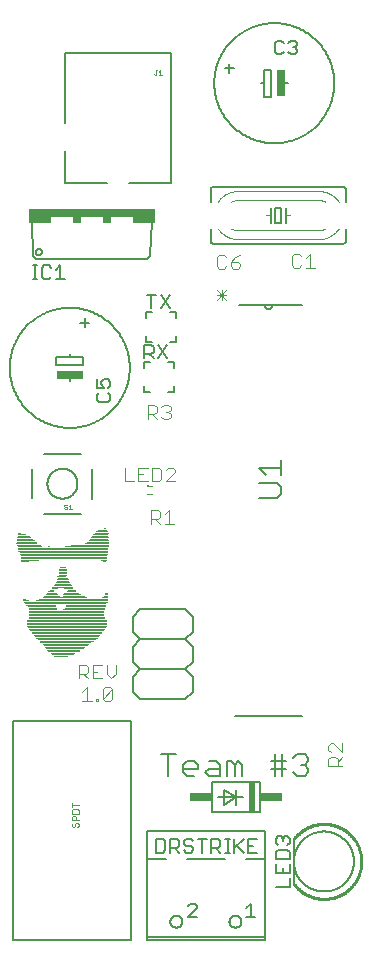
<source format=gto>
G75*
%MOIN*%
%OFA0B0*%
%FSLAX25Y25*%
%IPPOS*%
%LPD*%
%AMOC8*
5,1,8,0,0,1.08239X$1,22.5*
%
%ADD10R,0.04670X0.00333*%
%ADD11R,0.06000X0.00334*%
%ADD12R,0.07340X0.00333*%
%ADD13R,0.08330X0.00333*%
%ADD14R,0.09330X0.00334*%
%ADD15R,0.10340X0.00333*%
%ADD16R,0.11000X0.00333*%
%ADD17R,0.12000X0.00334*%
%ADD18R,0.12670X0.00333*%
%ADD19R,0.13330X0.00333*%
%ADD20R,0.14330X0.00334*%
%ADD21R,0.14660X0.00333*%
%ADD22R,0.15340X0.00333*%
%ADD23R,0.16330X0.00334*%
%ADD24R,0.17000X0.00333*%
%ADD25R,0.18000X0.00333*%
%ADD26R,0.18670X0.00334*%
%ADD27R,0.19330X0.00333*%
%ADD28R,0.20340X0.00333*%
%ADD29R,0.21000X0.00334*%
%ADD30R,0.21660X0.00333*%
%ADD31R,0.22000X0.00333*%
%ADD32R,0.22670X0.00334*%
%ADD33R,0.23330X0.00333*%
%ADD34R,0.23660X0.00333*%
%ADD35R,0.24000X0.00334*%
%ADD36R,0.24670X0.00333*%
%ADD37R,0.25330X0.00333*%
%ADD38R,0.25660X0.00334*%
%ADD39R,0.26000X0.00333*%
%ADD40R,0.26340X0.00333*%
%ADD41R,0.26670X0.00334*%
%ADD42R,0.26670X0.00333*%
%ADD43R,0.26340X0.00334*%
%ADD44R,0.25660X0.00333*%
%ADD45R,0.25000X0.00333*%
%ADD46R,0.25000X0.00334*%
%ADD47R,0.09660X0.00333*%
%ADD48R,0.14000X0.00333*%
%ADD49R,0.09330X0.00333*%
%ADD50R,0.13660X0.00333*%
%ADD51R,0.09340X0.00334*%
%ADD52R,0.13330X0.00334*%
%ADD53R,0.09340X0.00333*%
%ADD54R,0.09670X0.00333*%
%ADD55R,0.10670X0.00334*%
%ADD56R,0.14670X0.00334*%
%ADD57R,0.27000X0.00333*%
%ADD58R,0.27670X0.00333*%
%ADD59R,0.27670X0.00334*%
%ADD60R,0.01670X0.00333*%
%ADD61R,0.23670X0.00333*%
%ADD62R,0.01000X0.00333*%
%ADD63R,0.23000X0.00333*%
%ADD64R,0.16000X0.00334*%
%ADD65R,0.03000X0.00334*%
%ADD66R,0.14670X0.00333*%
%ADD67R,0.02330X0.00333*%
%ADD68R,0.05330X0.00333*%
%ADD69R,0.07330X0.00333*%
%ADD70R,0.01660X0.00333*%
%ADD71R,0.04670X0.00334*%
%ADD72R,0.06340X0.00334*%
%ADD73R,0.01330X0.00334*%
%ADD74R,0.04000X0.00333*%
%ADD75R,0.05670X0.00333*%
%ADD76R,0.03330X0.00333*%
%ADD77R,0.05000X0.00333*%
%ADD78R,0.02330X0.00334*%
%ADD79R,0.03660X0.00334*%
%ADD80R,0.03000X0.00333*%
%ADD81R,0.02660X0.00333*%
%ADD82R,0.01670X0.00334*%
%ADD83R,0.02670X0.00334*%
%ADD84R,0.02000X0.00333*%
%ADD85R,0.07000X0.00333*%
%ADD86R,0.06330X0.00334*%
%ADD87R,0.06000X0.00333*%
%ADD88R,0.05340X0.00333*%
%ADD89R,0.05000X0.00334*%
%ADD90R,0.04660X0.00333*%
%ADD91R,0.04000X0.00334*%
%ADD92R,0.03670X0.00333*%
%ADD93R,0.03340X0.00333*%
%ADD94R,0.03340X0.00334*%
%ADD95R,0.02660X0.00334*%
%ADD96R,0.00670X0.00334*%
%ADD97R,0.02340X0.00333*%
%ADD98R,0.20340X0.00334*%
%ADD99R,0.28670X0.00333*%
%ADD100R,0.28670X0.00334*%
%ADD101R,0.29330X0.00333*%
%ADD102R,0.29330X0.00334*%
%ADD103R,0.29670X0.00333*%
%ADD104R,0.29670X0.00334*%
%ADD105R,0.30330X0.00333*%
%ADD106R,0.12670X0.00334*%
%ADD107R,0.16660X0.00334*%
%ADD108R,0.00670X0.00333*%
%ADD109R,0.07670X0.00333*%
%ADD110R,0.12660X0.00333*%
%ADD111R,0.07660X0.00334*%
%ADD112R,0.08660X0.00334*%
%ADD113R,0.08000X0.00333*%
%ADD114R,0.06660X0.00333*%
%ADD115R,0.07000X0.00334*%
%ADD116R,0.05660X0.00333*%
%ADD117R,0.06330X0.00333*%
%ADD118R,0.03330X0.00334*%
%ADD119R,0.05330X0.00334*%
%ADD120R,0.02670X0.00333*%
%ADD121R,0.02000X0.00334*%
%ADD122R,0.00660X0.00333*%
%ADD123C,0.00400*%
%ADD124C,0.00600*%
%ADD125R,0.02500X0.09000*%
%ADD126C,0.00500*%
%ADD127R,0.09000X0.02500*%
%ADD128C,0.00800*%
%ADD129C,0.00100*%
%ADD130R,0.00984X0.00886*%
%ADD131C,0.01000*%
%ADD132C,0.00200*%
%ADD133C,0.00300*%
%ADD134R,0.02000X0.10000*%
%ADD135R,0.07500X0.03000*%
%ADD136R,0.42000X0.03000*%
%ADD137R,0.07500X0.02000*%
%ADD138R,0.03000X0.02000*%
D10*
X0022969Y0101324D03*
D11*
X0023304Y0101658D03*
X0035964Y0140658D03*
D12*
X0023634Y0101991D03*
D13*
X0023799Y0102324D03*
X0012799Y0137991D03*
D14*
X0023969Y0102658D03*
D15*
X0024134Y0102991D03*
D16*
X0024134Y0103324D03*
D17*
X0024304Y0103658D03*
D18*
X0024299Y0103991D03*
D19*
X0024299Y0104324D03*
X0031299Y0117991D03*
X0031299Y0118324D03*
D20*
X0024469Y0104658D03*
D21*
X0024634Y0104991D03*
X0031634Y0137991D03*
D22*
X0024634Y0105324D03*
D23*
X0024799Y0105658D03*
D24*
X0024804Y0105991D03*
D25*
X0024964Y0106324D03*
D26*
X0024969Y0106658D03*
D27*
X0024969Y0106991D03*
D28*
X0025134Y0107324D03*
D29*
X0025134Y0107658D03*
D30*
X0025134Y0107991D03*
D31*
X0024964Y0108324D03*
D32*
X0024969Y0108658D03*
D33*
X0024969Y0108991D03*
D34*
X0025134Y0109324D03*
D35*
X0024964Y0109658D03*
D36*
X0024969Y0109991D03*
D37*
X0024969Y0110324D03*
D38*
X0025134Y0110658D03*
X0025134Y0114658D03*
D39*
X0024964Y0110991D03*
D40*
X0025134Y0111324D03*
X0025134Y0112991D03*
X0025134Y0113324D03*
D41*
X0024969Y0111658D03*
D42*
X0024969Y0111991D03*
X0024969Y0112324D03*
D43*
X0025134Y0112658D03*
X0025134Y0113658D03*
D44*
X0025134Y0113991D03*
X0025134Y0114324D03*
D45*
X0025134Y0114991D03*
X0025134Y0115324D03*
X0025134Y0115991D03*
X0025134Y0116324D03*
D46*
X0025134Y0116658D03*
X0025134Y0115658D03*
D47*
X0017134Y0116991D03*
D48*
X0030634Y0116991D03*
D49*
X0016969Y0117324D03*
D50*
X0031134Y0117324D03*
D51*
X0016634Y0117658D03*
D52*
X0031299Y0117658D03*
D53*
X0016634Y0117991D03*
D54*
X0016469Y0118324D03*
D55*
X0016969Y0118658D03*
D56*
X0030969Y0118658D03*
D57*
X0024804Y0118991D03*
D58*
X0024799Y0119324D03*
D59*
X0024799Y0119658D03*
D60*
X0019799Y0122991D03*
X0011469Y0119991D03*
X0037469Y0133324D03*
D61*
X0026799Y0119991D03*
D62*
X0037804Y0132991D03*
X0038471Y0122324D03*
X0038464Y0121991D03*
X0011134Y0120324D03*
X0009464Y0142324D03*
D63*
X0027464Y0120324D03*
D64*
X0024634Y0120658D03*
D65*
X0037464Y0120658D03*
D66*
X0024299Y0120991D03*
D67*
X0023799Y0130991D03*
X0037799Y0120991D03*
D68*
X0019969Y0121324D03*
D69*
X0027299Y0121324D03*
X0035299Y0139324D03*
D70*
X0038134Y0121324D03*
X0020134Y0123324D03*
D71*
X0019969Y0121658D03*
D72*
X0027134Y0121658D03*
D73*
X0038299Y0121658D03*
D74*
X0023634Y0126324D03*
X0019964Y0121991D03*
X0010634Y0141324D03*
D75*
X0012799Y0133324D03*
X0026799Y0121991D03*
D76*
X0019969Y0122324D03*
D77*
X0026804Y0122324D03*
X0036464Y0141991D03*
D78*
X0023799Y0130658D03*
X0019799Y0122658D03*
D79*
X0027134Y0122658D03*
D80*
X0026804Y0122991D03*
X0025804Y0123991D03*
X0023464Y0127991D03*
X0037134Y0143324D03*
D81*
X0026634Y0123324D03*
X0023634Y0128324D03*
X0023634Y0128991D03*
X0023634Y0129324D03*
X0023634Y0129991D03*
X0023634Y0130324D03*
D82*
X0020469Y0123658D03*
D83*
X0026299Y0123658D03*
X0036969Y0133658D03*
D84*
X0020964Y0123991D03*
D85*
X0023804Y0124324D03*
X0011804Y0138991D03*
D86*
X0011469Y0139658D03*
X0023799Y0124658D03*
D87*
X0023634Y0124991D03*
X0011304Y0139991D03*
X0035964Y0140991D03*
D88*
X0023634Y0125324D03*
D89*
X0023804Y0125658D03*
X0010804Y0140658D03*
D90*
X0010634Y0140991D03*
X0023634Y0125991D03*
X0036634Y0142324D03*
D91*
X0036634Y0142658D03*
X0023634Y0126658D03*
D92*
X0023799Y0126991D03*
X0036799Y0142991D03*
D93*
X0023634Y0127324D03*
D94*
X0023634Y0127658D03*
D95*
X0023634Y0128658D03*
X0023634Y0129658D03*
D96*
X0010299Y0132658D03*
D97*
X0011134Y0132991D03*
D98*
X0020134Y0133658D03*
D99*
X0023969Y0133991D03*
X0023969Y0134324D03*
X0023969Y0134991D03*
D100*
X0023969Y0134658D03*
D101*
X0023969Y0135324D03*
X0023969Y0135991D03*
D102*
X0023969Y0135658D03*
D103*
X0023799Y0136324D03*
X0023799Y0136991D03*
D104*
X0023799Y0136658D03*
D105*
X0023799Y0137324D03*
D106*
X0014969Y0137658D03*
D107*
X0030634Y0137658D03*
D108*
X0018969Y0137991D03*
D109*
X0012469Y0138324D03*
D110*
X0032634Y0138324D03*
D111*
X0012134Y0138658D03*
D112*
X0034634Y0138658D03*
D113*
X0034964Y0138991D03*
D114*
X0035634Y0139991D03*
X0011634Y0139324D03*
D115*
X0035464Y0139658D03*
D116*
X0036134Y0141324D03*
X0011134Y0140324D03*
D117*
X0035799Y0140324D03*
D118*
X0010299Y0141658D03*
D119*
X0036299Y0141658D03*
D120*
X0009969Y0141991D03*
D121*
X0037304Y0143658D03*
D122*
X0037634Y0143991D03*
D123*
X0044323Y0159911D02*
X0047392Y0159911D01*
X0048927Y0159911D02*
X0051996Y0159911D01*
X0051939Y0158485D02*
X0053514Y0158485D01*
X0053531Y0159911D02*
X0055833Y0159911D01*
X0056600Y0160678D01*
X0056600Y0163748D01*
X0055833Y0164515D01*
X0053531Y0164515D01*
X0053531Y0159911D01*
X0053514Y0155729D02*
X0051939Y0155729D01*
X0048927Y0159911D02*
X0048927Y0164515D01*
X0051996Y0164515D01*
X0050462Y0162213D02*
X0048927Y0162213D01*
X0044323Y0164515D02*
X0044323Y0159911D01*
X0053079Y0150440D02*
X0053079Y0145836D01*
X0053079Y0147370D02*
X0055381Y0147370D01*
X0056149Y0148138D01*
X0056149Y0149672D01*
X0055381Y0150440D01*
X0053079Y0150440D01*
X0054614Y0147370D02*
X0056149Y0145836D01*
X0057683Y0145836D02*
X0060753Y0145836D01*
X0059218Y0145836D02*
X0059218Y0150440D01*
X0057683Y0148905D01*
X0058135Y0159911D02*
X0061204Y0162980D01*
X0061204Y0163748D01*
X0060437Y0164515D01*
X0058902Y0164515D01*
X0058135Y0163748D01*
X0058135Y0159911D02*
X0061204Y0159911D01*
X0058889Y0180716D02*
X0057354Y0180716D01*
X0056587Y0181483D01*
X0055052Y0180716D02*
X0053518Y0182251D01*
X0054285Y0182251D02*
X0051983Y0182251D01*
X0051983Y0180716D02*
X0051983Y0185320D01*
X0054285Y0185320D01*
X0055052Y0184553D01*
X0055052Y0183018D01*
X0054285Y0182251D01*
X0056587Y0184553D02*
X0057354Y0185320D01*
X0058889Y0185320D01*
X0059656Y0184553D01*
X0059656Y0183785D01*
X0058889Y0183018D01*
X0059656Y0182251D01*
X0059656Y0181483D01*
X0058889Y0180716D01*
X0058889Y0183018D02*
X0058122Y0183018D01*
X0075867Y0230801D02*
X0075100Y0231569D01*
X0075100Y0234638D01*
X0075867Y0235405D01*
X0077402Y0235405D01*
X0078169Y0234638D01*
X0079704Y0233103D02*
X0079704Y0231569D01*
X0080471Y0230801D01*
X0082006Y0230801D01*
X0082773Y0231569D01*
X0082773Y0232336D01*
X0082006Y0233103D01*
X0079704Y0233103D01*
X0081239Y0234638D01*
X0082773Y0235405D01*
X0078169Y0231569D02*
X0077402Y0230801D01*
X0075867Y0230801D01*
X0100115Y0231902D02*
X0100883Y0231135D01*
X0102417Y0231135D01*
X0103185Y0231902D01*
X0104719Y0231135D02*
X0107789Y0231135D01*
X0106254Y0231135D02*
X0106254Y0235738D01*
X0104719Y0234204D01*
X0103185Y0234971D02*
X0102417Y0235738D01*
X0100883Y0235738D01*
X0100115Y0234971D01*
X0100115Y0231902D01*
X0041368Y0098794D02*
X0041368Y0095725D01*
X0039833Y0094190D01*
X0038299Y0095725D01*
X0038299Y0098794D01*
X0036764Y0098794D02*
X0033695Y0098794D01*
X0033695Y0094190D01*
X0036764Y0094190D01*
X0035229Y0096492D02*
X0033695Y0096492D01*
X0032160Y0096492D02*
X0032160Y0098027D01*
X0031393Y0098794D01*
X0029091Y0098794D01*
X0029091Y0094190D01*
X0029091Y0095725D02*
X0031393Y0095725D01*
X0032160Y0096492D01*
X0030625Y0095725D02*
X0032160Y0094190D01*
X0031776Y0091294D02*
X0031776Y0086690D01*
X0030242Y0086690D02*
X0033311Y0086690D01*
X0034846Y0086690D02*
X0034846Y0087458D01*
X0035613Y0087458D01*
X0035613Y0086690D01*
X0034846Y0086690D01*
X0037148Y0087458D02*
X0037148Y0090527D01*
X0037915Y0091294D01*
X0039450Y0091294D01*
X0040217Y0090527D01*
X0037148Y0087458D01*
X0037915Y0086690D01*
X0039450Y0086690D01*
X0040217Y0087458D01*
X0040217Y0090527D01*
X0031776Y0091294D02*
X0030242Y0089759D01*
X0112277Y0071834D02*
X0112277Y0070299D01*
X0113044Y0069532D01*
X0113044Y0067997D02*
X0114579Y0067997D01*
X0115346Y0067230D01*
X0115346Y0064928D01*
X0115346Y0066462D02*
X0116881Y0067997D01*
X0116881Y0069532D02*
X0113812Y0072601D01*
X0113044Y0072601D01*
X0112277Y0071834D01*
X0113044Y0067997D02*
X0112277Y0067230D01*
X0112277Y0064928D01*
X0116881Y0064928D01*
X0116881Y0069532D02*
X0116881Y0072601D01*
D124*
X0105563Y0067799D02*
X0105563Y0066565D01*
X0104329Y0065330D01*
X0105563Y0064096D01*
X0105563Y0062862D01*
X0104329Y0061627D01*
X0101860Y0061627D01*
X0100626Y0062862D01*
X0098197Y0064096D02*
X0093259Y0064096D01*
X0093259Y0066565D02*
X0096963Y0066565D01*
X0098197Y0066565D01*
X0096963Y0069034D02*
X0096963Y0061627D01*
X0094494Y0061627D02*
X0094494Y0069034D01*
X0089459Y0059661D02*
X0089459Y0049661D01*
X0073459Y0049661D01*
X0073459Y0059661D01*
X0089459Y0059661D01*
X0083959Y0054661D02*
X0081459Y0054661D01*
X0081459Y0057161D01*
X0081459Y0054661D02*
X0081459Y0052161D01*
X0081459Y0054661D02*
X0077459Y0052161D01*
X0077459Y0057161D01*
X0081459Y0054661D01*
X0075459Y0054661D01*
X0076098Y0061627D02*
X0072395Y0061627D01*
X0071160Y0062862D01*
X0072395Y0064096D01*
X0076098Y0064096D01*
X0076098Y0065330D02*
X0076098Y0061627D01*
X0076098Y0065330D02*
X0074864Y0066565D01*
X0072395Y0066565D01*
X0068732Y0065330D02*
X0068732Y0064096D01*
X0063794Y0064096D01*
X0063794Y0062862D02*
X0063794Y0065330D01*
X0065029Y0066565D01*
X0067497Y0066565D01*
X0068732Y0065330D01*
X0067497Y0061627D02*
X0065029Y0061627D01*
X0063794Y0062862D01*
X0061365Y0069034D02*
X0056428Y0069034D01*
X0058897Y0069034D02*
X0058897Y0061627D01*
X0051788Y0043382D02*
X0051788Y0033980D01*
X0051788Y0007980D01*
X0091087Y0007980D01*
X0091087Y0007181D01*
X0051788Y0007181D01*
X0051788Y0007980D01*
X0059588Y0013182D02*
X0059590Y0013271D01*
X0059596Y0013360D01*
X0059606Y0013449D01*
X0059620Y0013537D01*
X0059637Y0013624D01*
X0059659Y0013710D01*
X0059685Y0013796D01*
X0059714Y0013880D01*
X0059747Y0013963D01*
X0059783Y0014044D01*
X0059824Y0014124D01*
X0059867Y0014201D01*
X0059914Y0014277D01*
X0059965Y0014350D01*
X0060018Y0014421D01*
X0060075Y0014490D01*
X0060135Y0014556D01*
X0060198Y0014620D01*
X0060263Y0014680D01*
X0060331Y0014738D01*
X0060402Y0014792D01*
X0060475Y0014843D01*
X0060550Y0014891D01*
X0060627Y0014936D01*
X0060706Y0014977D01*
X0060787Y0015014D01*
X0060869Y0015048D01*
X0060953Y0015079D01*
X0061038Y0015105D01*
X0061124Y0015128D01*
X0061211Y0015146D01*
X0061299Y0015161D01*
X0061388Y0015172D01*
X0061477Y0015179D01*
X0061566Y0015182D01*
X0061655Y0015181D01*
X0061744Y0015176D01*
X0061832Y0015167D01*
X0061921Y0015154D01*
X0062008Y0015137D01*
X0062095Y0015117D01*
X0062181Y0015092D01*
X0062265Y0015064D01*
X0062348Y0015032D01*
X0062430Y0014996D01*
X0062510Y0014957D01*
X0062588Y0014914D01*
X0062664Y0014868D01*
X0062738Y0014818D01*
X0062810Y0014765D01*
X0062879Y0014709D01*
X0062946Y0014650D01*
X0063010Y0014588D01*
X0063071Y0014524D01*
X0063130Y0014456D01*
X0063185Y0014386D01*
X0063237Y0014314D01*
X0063286Y0014239D01*
X0063331Y0014163D01*
X0063373Y0014084D01*
X0063411Y0014004D01*
X0063446Y0013922D01*
X0063477Y0013838D01*
X0063505Y0013753D01*
X0063528Y0013667D01*
X0063548Y0013580D01*
X0063564Y0013493D01*
X0063576Y0013404D01*
X0063584Y0013316D01*
X0063588Y0013227D01*
X0063588Y0013137D01*
X0063584Y0013048D01*
X0063576Y0012960D01*
X0063564Y0012871D01*
X0063548Y0012784D01*
X0063528Y0012697D01*
X0063505Y0012611D01*
X0063477Y0012526D01*
X0063446Y0012442D01*
X0063411Y0012360D01*
X0063373Y0012280D01*
X0063331Y0012201D01*
X0063286Y0012125D01*
X0063237Y0012050D01*
X0063185Y0011978D01*
X0063130Y0011908D01*
X0063071Y0011840D01*
X0063010Y0011776D01*
X0062946Y0011714D01*
X0062879Y0011655D01*
X0062810Y0011599D01*
X0062738Y0011546D01*
X0062664Y0011496D01*
X0062588Y0011450D01*
X0062510Y0011407D01*
X0062430Y0011368D01*
X0062348Y0011332D01*
X0062265Y0011300D01*
X0062181Y0011272D01*
X0062095Y0011247D01*
X0062008Y0011227D01*
X0061921Y0011210D01*
X0061832Y0011197D01*
X0061744Y0011188D01*
X0061655Y0011183D01*
X0061566Y0011182D01*
X0061477Y0011185D01*
X0061388Y0011192D01*
X0061299Y0011203D01*
X0061211Y0011218D01*
X0061124Y0011236D01*
X0061038Y0011259D01*
X0060953Y0011285D01*
X0060869Y0011316D01*
X0060787Y0011350D01*
X0060706Y0011387D01*
X0060627Y0011428D01*
X0060550Y0011473D01*
X0060475Y0011521D01*
X0060402Y0011572D01*
X0060331Y0011626D01*
X0060263Y0011684D01*
X0060198Y0011744D01*
X0060135Y0011808D01*
X0060075Y0011874D01*
X0060018Y0011943D01*
X0059965Y0012014D01*
X0059914Y0012087D01*
X0059867Y0012163D01*
X0059824Y0012240D01*
X0059783Y0012320D01*
X0059747Y0012401D01*
X0059714Y0012484D01*
X0059685Y0012568D01*
X0059659Y0012654D01*
X0059637Y0012740D01*
X0059620Y0012827D01*
X0059606Y0012915D01*
X0059596Y0013004D01*
X0059590Y0013093D01*
X0059588Y0013182D01*
X0058087Y0033980D02*
X0051788Y0033980D01*
X0051788Y0043382D02*
X0091087Y0043382D01*
X0091087Y0033980D01*
X0091087Y0007980D01*
X0079288Y0013182D02*
X0079290Y0013271D01*
X0079296Y0013360D01*
X0079306Y0013449D01*
X0079320Y0013537D01*
X0079337Y0013624D01*
X0079359Y0013710D01*
X0079385Y0013796D01*
X0079414Y0013880D01*
X0079447Y0013963D01*
X0079483Y0014044D01*
X0079524Y0014124D01*
X0079567Y0014201D01*
X0079614Y0014277D01*
X0079665Y0014350D01*
X0079718Y0014421D01*
X0079775Y0014490D01*
X0079835Y0014556D01*
X0079898Y0014620D01*
X0079963Y0014680D01*
X0080031Y0014738D01*
X0080102Y0014792D01*
X0080175Y0014843D01*
X0080250Y0014891D01*
X0080327Y0014936D01*
X0080406Y0014977D01*
X0080487Y0015014D01*
X0080569Y0015048D01*
X0080653Y0015079D01*
X0080738Y0015105D01*
X0080824Y0015128D01*
X0080911Y0015146D01*
X0080999Y0015161D01*
X0081088Y0015172D01*
X0081177Y0015179D01*
X0081266Y0015182D01*
X0081355Y0015181D01*
X0081444Y0015176D01*
X0081532Y0015167D01*
X0081621Y0015154D01*
X0081708Y0015137D01*
X0081795Y0015117D01*
X0081881Y0015092D01*
X0081965Y0015064D01*
X0082048Y0015032D01*
X0082130Y0014996D01*
X0082210Y0014957D01*
X0082288Y0014914D01*
X0082364Y0014868D01*
X0082438Y0014818D01*
X0082510Y0014765D01*
X0082579Y0014709D01*
X0082646Y0014650D01*
X0082710Y0014588D01*
X0082771Y0014524D01*
X0082830Y0014456D01*
X0082885Y0014386D01*
X0082937Y0014314D01*
X0082986Y0014239D01*
X0083031Y0014163D01*
X0083073Y0014084D01*
X0083111Y0014004D01*
X0083146Y0013922D01*
X0083177Y0013838D01*
X0083205Y0013753D01*
X0083228Y0013667D01*
X0083248Y0013580D01*
X0083264Y0013493D01*
X0083276Y0013404D01*
X0083284Y0013316D01*
X0083288Y0013227D01*
X0083288Y0013137D01*
X0083284Y0013048D01*
X0083276Y0012960D01*
X0083264Y0012871D01*
X0083248Y0012784D01*
X0083228Y0012697D01*
X0083205Y0012611D01*
X0083177Y0012526D01*
X0083146Y0012442D01*
X0083111Y0012360D01*
X0083073Y0012280D01*
X0083031Y0012201D01*
X0082986Y0012125D01*
X0082937Y0012050D01*
X0082885Y0011978D01*
X0082830Y0011908D01*
X0082771Y0011840D01*
X0082710Y0011776D01*
X0082646Y0011714D01*
X0082579Y0011655D01*
X0082510Y0011599D01*
X0082438Y0011546D01*
X0082364Y0011496D01*
X0082288Y0011450D01*
X0082210Y0011407D01*
X0082130Y0011368D01*
X0082048Y0011332D01*
X0081965Y0011300D01*
X0081881Y0011272D01*
X0081795Y0011247D01*
X0081708Y0011227D01*
X0081621Y0011210D01*
X0081532Y0011197D01*
X0081444Y0011188D01*
X0081355Y0011183D01*
X0081266Y0011182D01*
X0081177Y0011185D01*
X0081088Y0011192D01*
X0080999Y0011203D01*
X0080911Y0011218D01*
X0080824Y0011236D01*
X0080738Y0011259D01*
X0080653Y0011285D01*
X0080569Y0011316D01*
X0080487Y0011350D01*
X0080406Y0011387D01*
X0080327Y0011428D01*
X0080250Y0011473D01*
X0080175Y0011521D01*
X0080102Y0011572D01*
X0080031Y0011626D01*
X0079963Y0011684D01*
X0079898Y0011744D01*
X0079835Y0011808D01*
X0079775Y0011874D01*
X0079718Y0011943D01*
X0079665Y0012014D01*
X0079614Y0012087D01*
X0079567Y0012163D01*
X0079524Y0012240D01*
X0079483Y0012320D01*
X0079447Y0012401D01*
X0079414Y0012484D01*
X0079385Y0012568D01*
X0079359Y0012654D01*
X0079337Y0012740D01*
X0079320Y0012827D01*
X0079306Y0012915D01*
X0079296Y0013004D01*
X0079290Y0013093D01*
X0079288Y0013182D01*
X0077788Y0033980D02*
X0065087Y0033980D01*
X0078527Y0061627D02*
X0078527Y0066565D01*
X0079761Y0066565D01*
X0080996Y0065330D01*
X0082230Y0066565D01*
X0083464Y0065330D01*
X0083464Y0061627D01*
X0080996Y0061627D02*
X0080996Y0065330D01*
X0081072Y0081650D02*
X0103472Y0081650D01*
X0104329Y0069034D02*
X0101860Y0069034D01*
X0100626Y0067799D01*
X0103094Y0065330D02*
X0104329Y0065330D01*
X0105563Y0067799D02*
X0104329Y0069034D01*
X0100755Y0033214D02*
X0100758Y0033459D01*
X0100767Y0033705D01*
X0100782Y0033950D01*
X0100803Y0034194D01*
X0100830Y0034438D01*
X0100863Y0034681D01*
X0100902Y0034924D01*
X0100947Y0035165D01*
X0100998Y0035405D01*
X0101055Y0035644D01*
X0101117Y0035881D01*
X0101186Y0036117D01*
X0101260Y0036351D01*
X0101340Y0036583D01*
X0101425Y0036813D01*
X0101516Y0037041D01*
X0101613Y0037266D01*
X0101715Y0037490D01*
X0101823Y0037710D01*
X0101936Y0037928D01*
X0102054Y0038143D01*
X0102178Y0038355D01*
X0102306Y0038564D01*
X0102440Y0038770D01*
X0102579Y0038972D01*
X0102723Y0039171D01*
X0102872Y0039366D01*
X0103025Y0039558D01*
X0103183Y0039746D01*
X0103345Y0039930D01*
X0103513Y0040109D01*
X0103684Y0040285D01*
X0103860Y0040456D01*
X0104039Y0040624D01*
X0104223Y0040786D01*
X0104411Y0040944D01*
X0104603Y0041097D01*
X0104798Y0041246D01*
X0104997Y0041390D01*
X0105199Y0041529D01*
X0105405Y0041663D01*
X0105614Y0041791D01*
X0105826Y0041915D01*
X0106041Y0042033D01*
X0106259Y0042146D01*
X0106479Y0042254D01*
X0106703Y0042356D01*
X0106928Y0042453D01*
X0107156Y0042544D01*
X0107386Y0042629D01*
X0107618Y0042709D01*
X0107852Y0042783D01*
X0108088Y0042852D01*
X0108325Y0042914D01*
X0108564Y0042971D01*
X0108804Y0043022D01*
X0109045Y0043067D01*
X0109288Y0043106D01*
X0109531Y0043139D01*
X0109775Y0043166D01*
X0110019Y0043187D01*
X0110264Y0043202D01*
X0110510Y0043211D01*
X0110755Y0043214D01*
X0111000Y0043211D01*
X0111246Y0043202D01*
X0111491Y0043187D01*
X0111735Y0043166D01*
X0111979Y0043139D01*
X0112222Y0043106D01*
X0112465Y0043067D01*
X0112706Y0043022D01*
X0112946Y0042971D01*
X0113185Y0042914D01*
X0113422Y0042852D01*
X0113658Y0042783D01*
X0113892Y0042709D01*
X0114124Y0042629D01*
X0114354Y0042544D01*
X0114582Y0042453D01*
X0114807Y0042356D01*
X0115031Y0042254D01*
X0115251Y0042146D01*
X0115469Y0042033D01*
X0115684Y0041915D01*
X0115896Y0041791D01*
X0116105Y0041663D01*
X0116311Y0041529D01*
X0116513Y0041390D01*
X0116712Y0041246D01*
X0116907Y0041097D01*
X0117099Y0040944D01*
X0117287Y0040786D01*
X0117471Y0040624D01*
X0117650Y0040456D01*
X0117826Y0040285D01*
X0117997Y0040109D01*
X0118165Y0039930D01*
X0118327Y0039746D01*
X0118485Y0039558D01*
X0118638Y0039366D01*
X0118787Y0039171D01*
X0118931Y0038972D01*
X0119070Y0038770D01*
X0119204Y0038564D01*
X0119332Y0038355D01*
X0119456Y0038143D01*
X0119574Y0037928D01*
X0119687Y0037710D01*
X0119795Y0037490D01*
X0119897Y0037266D01*
X0119994Y0037041D01*
X0120085Y0036813D01*
X0120170Y0036583D01*
X0120250Y0036351D01*
X0120324Y0036117D01*
X0120393Y0035881D01*
X0120455Y0035644D01*
X0120512Y0035405D01*
X0120563Y0035165D01*
X0120608Y0034924D01*
X0120647Y0034681D01*
X0120680Y0034438D01*
X0120707Y0034194D01*
X0120728Y0033950D01*
X0120743Y0033705D01*
X0120752Y0033459D01*
X0120755Y0033214D01*
X0120752Y0032969D01*
X0120743Y0032723D01*
X0120728Y0032478D01*
X0120707Y0032234D01*
X0120680Y0031990D01*
X0120647Y0031747D01*
X0120608Y0031504D01*
X0120563Y0031263D01*
X0120512Y0031023D01*
X0120455Y0030784D01*
X0120393Y0030547D01*
X0120324Y0030311D01*
X0120250Y0030077D01*
X0120170Y0029845D01*
X0120085Y0029615D01*
X0119994Y0029387D01*
X0119897Y0029162D01*
X0119795Y0028938D01*
X0119687Y0028718D01*
X0119574Y0028500D01*
X0119456Y0028285D01*
X0119332Y0028073D01*
X0119204Y0027864D01*
X0119070Y0027658D01*
X0118931Y0027456D01*
X0118787Y0027257D01*
X0118638Y0027062D01*
X0118485Y0026870D01*
X0118327Y0026682D01*
X0118165Y0026498D01*
X0117997Y0026319D01*
X0117826Y0026143D01*
X0117650Y0025972D01*
X0117471Y0025804D01*
X0117287Y0025642D01*
X0117099Y0025484D01*
X0116907Y0025331D01*
X0116712Y0025182D01*
X0116513Y0025038D01*
X0116311Y0024899D01*
X0116105Y0024765D01*
X0115896Y0024637D01*
X0115684Y0024513D01*
X0115469Y0024395D01*
X0115251Y0024282D01*
X0115031Y0024174D01*
X0114807Y0024072D01*
X0114582Y0023975D01*
X0114354Y0023884D01*
X0114124Y0023799D01*
X0113892Y0023719D01*
X0113658Y0023645D01*
X0113422Y0023576D01*
X0113185Y0023514D01*
X0112946Y0023457D01*
X0112706Y0023406D01*
X0112465Y0023361D01*
X0112222Y0023322D01*
X0111979Y0023289D01*
X0111735Y0023262D01*
X0111491Y0023241D01*
X0111246Y0023226D01*
X0111000Y0023217D01*
X0110755Y0023214D01*
X0110510Y0023217D01*
X0110264Y0023226D01*
X0110019Y0023241D01*
X0109775Y0023262D01*
X0109531Y0023289D01*
X0109288Y0023322D01*
X0109045Y0023361D01*
X0108804Y0023406D01*
X0108564Y0023457D01*
X0108325Y0023514D01*
X0108088Y0023576D01*
X0107852Y0023645D01*
X0107618Y0023719D01*
X0107386Y0023799D01*
X0107156Y0023884D01*
X0106928Y0023975D01*
X0106703Y0024072D01*
X0106479Y0024174D01*
X0106259Y0024282D01*
X0106041Y0024395D01*
X0105826Y0024513D01*
X0105614Y0024637D01*
X0105405Y0024765D01*
X0105199Y0024899D01*
X0104997Y0025038D01*
X0104798Y0025182D01*
X0104603Y0025331D01*
X0104411Y0025484D01*
X0104223Y0025642D01*
X0104039Y0025804D01*
X0103860Y0025972D01*
X0103684Y0026143D01*
X0103513Y0026319D01*
X0103345Y0026498D01*
X0103183Y0026682D01*
X0103025Y0026870D01*
X0102872Y0027062D01*
X0102723Y0027257D01*
X0102579Y0027456D01*
X0102440Y0027658D01*
X0102306Y0027864D01*
X0102178Y0028073D01*
X0102054Y0028285D01*
X0101936Y0028500D01*
X0101823Y0028718D01*
X0101715Y0028938D01*
X0101613Y0029162D01*
X0101516Y0029387D01*
X0101425Y0029615D01*
X0101340Y0029845D01*
X0101260Y0030077D01*
X0101186Y0030311D01*
X0101117Y0030547D01*
X0101055Y0030784D01*
X0100998Y0031023D01*
X0100947Y0031263D01*
X0100902Y0031504D01*
X0100863Y0031747D01*
X0100830Y0031990D01*
X0100803Y0032234D01*
X0100782Y0032478D01*
X0100767Y0032723D01*
X0100758Y0032969D01*
X0100755Y0033214D01*
X0091087Y0033980D02*
X0084788Y0033980D01*
X0064628Y0087323D02*
X0049628Y0087323D01*
X0047128Y0089823D01*
X0047128Y0094823D01*
X0049628Y0097323D01*
X0064628Y0097323D01*
X0067128Y0099823D01*
X0067128Y0104823D01*
X0064628Y0107323D01*
X0067128Y0109823D01*
X0067128Y0114823D01*
X0064628Y0117323D01*
X0049628Y0117323D01*
X0047128Y0114823D01*
X0047128Y0109823D01*
X0049628Y0107323D01*
X0064628Y0107323D01*
X0064628Y0097323D02*
X0067128Y0094823D01*
X0067128Y0089823D01*
X0064628Y0087323D01*
X0049628Y0097323D02*
X0047128Y0099823D01*
X0047128Y0104823D01*
X0049628Y0107323D01*
X0050711Y0189622D02*
X0050711Y0191622D01*
X0050711Y0189622D02*
X0052711Y0189622D01*
X0050711Y0197622D02*
X0050711Y0199622D01*
X0052711Y0199622D01*
X0053475Y0206385D02*
X0051475Y0206385D01*
X0051475Y0208385D01*
X0051475Y0214385D02*
X0051475Y0216385D01*
X0053475Y0216385D01*
X0059475Y0216385D02*
X0061475Y0216385D01*
X0061475Y0214385D01*
X0061475Y0208385D02*
X0061475Y0206385D01*
X0059475Y0206385D01*
X0058711Y0199622D02*
X0060711Y0199622D01*
X0060711Y0197622D01*
X0060711Y0191622D02*
X0060711Y0189622D01*
X0058711Y0189622D01*
X0074040Y0239153D02*
X0117040Y0239153D01*
X0117100Y0239155D01*
X0117161Y0239160D01*
X0117220Y0239169D01*
X0117279Y0239182D01*
X0117338Y0239198D01*
X0117395Y0239218D01*
X0117450Y0239241D01*
X0117505Y0239268D01*
X0117557Y0239297D01*
X0117608Y0239330D01*
X0117657Y0239366D01*
X0117703Y0239404D01*
X0117747Y0239446D01*
X0117789Y0239490D01*
X0117827Y0239536D01*
X0117863Y0239585D01*
X0117896Y0239636D01*
X0117925Y0239688D01*
X0117952Y0239743D01*
X0117975Y0239798D01*
X0117995Y0239855D01*
X0118011Y0239914D01*
X0118024Y0239973D01*
X0118033Y0240032D01*
X0118038Y0240093D01*
X0118040Y0240153D01*
X0118040Y0244153D01*
X0118040Y0253153D02*
X0118040Y0257153D01*
X0118038Y0257213D01*
X0118033Y0257274D01*
X0118024Y0257333D01*
X0118011Y0257392D01*
X0117995Y0257451D01*
X0117975Y0257508D01*
X0117952Y0257563D01*
X0117925Y0257618D01*
X0117896Y0257670D01*
X0117863Y0257721D01*
X0117827Y0257770D01*
X0117789Y0257816D01*
X0117747Y0257860D01*
X0117703Y0257902D01*
X0117657Y0257940D01*
X0117608Y0257976D01*
X0117557Y0258009D01*
X0117505Y0258038D01*
X0117450Y0258065D01*
X0117395Y0258088D01*
X0117338Y0258108D01*
X0117279Y0258124D01*
X0117220Y0258137D01*
X0117161Y0258146D01*
X0117100Y0258151D01*
X0117040Y0258153D01*
X0074040Y0258153D01*
X0073980Y0258151D01*
X0073919Y0258146D01*
X0073860Y0258137D01*
X0073801Y0258124D01*
X0073742Y0258108D01*
X0073685Y0258088D01*
X0073630Y0258065D01*
X0073575Y0258038D01*
X0073523Y0258009D01*
X0073472Y0257976D01*
X0073423Y0257940D01*
X0073377Y0257902D01*
X0073333Y0257860D01*
X0073291Y0257816D01*
X0073253Y0257770D01*
X0073217Y0257721D01*
X0073184Y0257670D01*
X0073155Y0257618D01*
X0073128Y0257563D01*
X0073105Y0257508D01*
X0073085Y0257451D01*
X0073069Y0257392D01*
X0073056Y0257333D01*
X0073047Y0257274D01*
X0073042Y0257213D01*
X0073040Y0257153D01*
X0073040Y0253153D01*
X0073040Y0244153D02*
X0073040Y0240153D01*
X0073042Y0240093D01*
X0073047Y0240032D01*
X0073056Y0239973D01*
X0073069Y0239914D01*
X0073085Y0239855D01*
X0073105Y0239798D01*
X0073128Y0239743D01*
X0073155Y0239688D01*
X0073184Y0239636D01*
X0073217Y0239585D01*
X0073253Y0239536D01*
X0073291Y0239490D01*
X0073333Y0239446D01*
X0073377Y0239404D01*
X0073423Y0239366D01*
X0073472Y0239330D01*
X0073523Y0239297D01*
X0073575Y0239268D01*
X0073630Y0239241D01*
X0073685Y0239218D01*
X0073742Y0239198D01*
X0073801Y0239182D01*
X0073860Y0239169D01*
X0073919Y0239160D01*
X0073980Y0239155D01*
X0074040Y0239153D01*
X0082472Y0218650D02*
X0091072Y0218650D01*
X0093472Y0218650D01*
X0103472Y0218650D01*
X0093472Y0218650D02*
X0093470Y0218581D01*
X0093464Y0218513D01*
X0093454Y0218445D01*
X0093441Y0218378D01*
X0093423Y0218312D01*
X0093402Y0218247D01*
X0093377Y0218183D01*
X0093349Y0218121D01*
X0093317Y0218060D01*
X0093282Y0218001D01*
X0093243Y0217945D01*
X0093201Y0217890D01*
X0093156Y0217839D01*
X0093108Y0217789D01*
X0093058Y0217743D01*
X0093005Y0217700D01*
X0092949Y0217659D01*
X0092892Y0217622D01*
X0092832Y0217589D01*
X0092770Y0217558D01*
X0092707Y0217532D01*
X0092643Y0217509D01*
X0092577Y0217489D01*
X0092510Y0217474D01*
X0092443Y0217462D01*
X0092375Y0217454D01*
X0092306Y0217450D01*
X0092238Y0217450D01*
X0092169Y0217454D01*
X0092101Y0217462D01*
X0092034Y0217474D01*
X0091967Y0217489D01*
X0091901Y0217509D01*
X0091837Y0217532D01*
X0091774Y0217558D01*
X0091712Y0217589D01*
X0091652Y0217622D01*
X0091595Y0217659D01*
X0091539Y0217700D01*
X0091486Y0217743D01*
X0091436Y0217789D01*
X0091388Y0217839D01*
X0091343Y0217890D01*
X0091301Y0217945D01*
X0091262Y0218001D01*
X0091227Y0218060D01*
X0091195Y0218121D01*
X0091167Y0218183D01*
X0091142Y0218247D01*
X0091121Y0218312D01*
X0091103Y0218378D01*
X0091090Y0218445D01*
X0091080Y0218513D01*
X0091074Y0218581D01*
X0091072Y0218650D01*
X0093040Y0246153D02*
X0093040Y0248653D01*
X0093040Y0251153D01*
X0094540Y0251153D02*
X0094540Y0246153D01*
X0096540Y0246153D01*
X0096540Y0251153D01*
X0094540Y0251153D01*
X0098040Y0251153D02*
X0098040Y0248653D01*
X0098040Y0246153D01*
X0093216Y0288117D02*
X0090716Y0288117D01*
X0090716Y0292617D01*
X0090716Y0297117D01*
X0093216Y0297117D01*
X0093216Y0288117D01*
X0074216Y0292617D02*
X0074222Y0293108D01*
X0074240Y0293598D01*
X0074270Y0294088D01*
X0074312Y0294577D01*
X0074366Y0295065D01*
X0074432Y0295552D01*
X0074510Y0296036D01*
X0074600Y0296519D01*
X0074702Y0296999D01*
X0074815Y0297477D01*
X0074940Y0297951D01*
X0075077Y0298423D01*
X0075225Y0298891D01*
X0075385Y0299355D01*
X0075556Y0299815D01*
X0075738Y0300271D01*
X0075932Y0300722D01*
X0076136Y0301168D01*
X0076352Y0301609D01*
X0076578Y0302045D01*
X0076814Y0302475D01*
X0077061Y0302899D01*
X0077319Y0303317D01*
X0077587Y0303728D01*
X0077864Y0304133D01*
X0078152Y0304531D01*
X0078449Y0304922D01*
X0078756Y0305305D01*
X0079072Y0305680D01*
X0079397Y0306048D01*
X0079731Y0306408D01*
X0080074Y0306759D01*
X0080425Y0307102D01*
X0080785Y0307436D01*
X0081153Y0307761D01*
X0081528Y0308077D01*
X0081911Y0308384D01*
X0082302Y0308681D01*
X0082700Y0308969D01*
X0083105Y0309246D01*
X0083516Y0309514D01*
X0083934Y0309772D01*
X0084358Y0310019D01*
X0084788Y0310255D01*
X0085224Y0310481D01*
X0085665Y0310697D01*
X0086111Y0310901D01*
X0086562Y0311095D01*
X0087018Y0311277D01*
X0087478Y0311448D01*
X0087942Y0311608D01*
X0088410Y0311756D01*
X0088882Y0311893D01*
X0089356Y0312018D01*
X0089834Y0312131D01*
X0090314Y0312233D01*
X0090797Y0312323D01*
X0091281Y0312401D01*
X0091768Y0312467D01*
X0092256Y0312521D01*
X0092745Y0312563D01*
X0093235Y0312593D01*
X0093725Y0312611D01*
X0094216Y0312617D01*
X0094707Y0312611D01*
X0095197Y0312593D01*
X0095687Y0312563D01*
X0096176Y0312521D01*
X0096664Y0312467D01*
X0097151Y0312401D01*
X0097635Y0312323D01*
X0098118Y0312233D01*
X0098598Y0312131D01*
X0099076Y0312018D01*
X0099550Y0311893D01*
X0100022Y0311756D01*
X0100490Y0311608D01*
X0100954Y0311448D01*
X0101414Y0311277D01*
X0101870Y0311095D01*
X0102321Y0310901D01*
X0102767Y0310697D01*
X0103208Y0310481D01*
X0103644Y0310255D01*
X0104074Y0310019D01*
X0104498Y0309772D01*
X0104916Y0309514D01*
X0105327Y0309246D01*
X0105732Y0308969D01*
X0106130Y0308681D01*
X0106521Y0308384D01*
X0106904Y0308077D01*
X0107279Y0307761D01*
X0107647Y0307436D01*
X0108007Y0307102D01*
X0108358Y0306759D01*
X0108701Y0306408D01*
X0109035Y0306048D01*
X0109360Y0305680D01*
X0109676Y0305305D01*
X0109983Y0304922D01*
X0110280Y0304531D01*
X0110568Y0304133D01*
X0110845Y0303728D01*
X0111113Y0303317D01*
X0111371Y0302899D01*
X0111618Y0302475D01*
X0111854Y0302045D01*
X0112080Y0301609D01*
X0112296Y0301168D01*
X0112500Y0300722D01*
X0112694Y0300271D01*
X0112876Y0299815D01*
X0113047Y0299355D01*
X0113207Y0298891D01*
X0113355Y0298423D01*
X0113492Y0297951D01*
X0113617Y0297477D01*
X0113730Y0296999D01*
X0113832Y0296519D01*
X0113922Y0296036D01*
X0114000Y0295552D01*
X0114066Y0295065D01*
X0114120Y0294577D01*
X0114162Y0294088D01*
X0114192Y0293598D01*
X0114210Y0293108D01*
X0114216Y0292617D01*
X0114210Y0292126D01*
X0114192Y0291636D01*
X0114162Y0291146D01*
X0114120Y0290657D01*
X0114066Y0290169D01*
X0114000Y0289682D01*
X0113922Y0289198D01*
X0113832Y0288715D01*
X0113730Y0288235D01*
X0113617Y0287757D01*
X0113492Y0287283D01*
X0113355Y0286811D01*
X0113207Y0286343D01*
X0113047Y0285879D01*
X0112876Y0285419D01*
X0112694Y0284963D01*
X0112500Y0284512D01*
X0112296Y0284066D01*
X0112080Y0283625D01*
X0111854Y0283189D01*
X0111618Y0282759D01*
X0111371Y0282335D01*
X0111113Y0281917D01*
X0110845Y0281506D01*
X0110568Y0281101D01*
X0110280Y0280703D01*
X0109983Y0280312D01*
X0109676Y0279929D01*
X0109360Y0279554D01*
X0109035Y0279186D01*
X0108701Y0278826D01*
X0108358Y0278475D01*
X0108007Y0278132D01*
X0107647Y0277798D01*
X0107279Y0277473D01*
X0106904Y0277157D01*
X0106521Y0276850D01*
X0106130Y0276553D01*
X0105732Y0276265D01*
X0105327Y0275988D01*
X0104916Y0275720D01*
X0104498Y0275462D01*
X0104074Y0275215D01*
X0103644Y0274979D01*
X0103208Y0274753D01*
X0102767Y0274537D01*
X0102321Y0274333D01*
X0101870Y0274139D01*
X0101414Y0273957D01*
X0100954Y0273786D01*
X0100490Y0273626D01*
X0100022Y0273478D01*
X0099550Y0273341D01*
X0099076Y0273216D01*
X0098598Y0273103D01*
X0098118Y0273001D01*
X0097635Y0272911D01*
X0097151Y0272833D01*
X0096664Y0272767D01*
X0096176Y0272713D01*
X0095687Y0272671D01*
X0095197Y0272641D01*
X0094707Y0272623D01*
X0094216Y0272617D01*
X0093725Y0272623D01*
X0093235Y0272641D01*
X0092745Y0272671D01*
X0092256Y0272713D01*
X0091768Y0272767D01*
X0091281Y0272833D01*
X0090797Y0272911D01*
X0090314Y0273001D01*
X0089834Y0273103D01*
X0089356Y0273216D01*
X0088882Y0273341D01*
X0088410Y0273478D01*
X0087942Y0273626D01*
X0087478Y0273786D01*
X0087018Y0273957D01*
X0086562Y0274139D01*
X0086111Y0274333D01*
X0085665Y0274537D01*
X0085224Y0274753D01*
X0084788Y0274979D01*
X0084358Y0275215D01*
X0083934Y0275462D01*
X0083516Y0275720D01*
X0083105Y0275988D01*
X0082700Y0276265D01*
X0082302Y0276553D01*
X0081911Y0276850D01*
X0081528Y0277157D01*
X0081153Y0277473D01*
X0080785Y0277798D01*
X0080425Y0278132D01*
X0080074Y0278475D01*
X0079731Y0278826D01*
X0079397Y0279186D01*
X0079072Y0279554D01*
X0078756Y0279929D01*
X0078449Y0280312D01*
X0078152Y0280703D01*
X0077864Y0281101D01*
X0077587Y0281506D01*
X0077319Y0281917D01*
X0077061Y0282335D01*
X0076814Y0282759D01*
X0076578Y0283189D01*
X0076352Y0283625D01*
X0076136Y0284066D01*
X0075932Y0284512D01*
X0075738Y0284963D01*
X0075556Y0285419D01*
X0075385Y0285879D01*
X0075225Y0286343D01*
X0075077Y0286811D01*
X0074940Y0287283D01*
X0074815Y0287757D01*
X0074702Y0288235D01*
X0074600Y0288715D01*
X0074510Y0289198D01*
X0074432Y0289682D01*
X0074366Y0290169D01*
X0074312Y0290657D01*
X0074270Y0291146D01*
X0074240Y0291636D01*
X0074222Y0292126D01*
X0074216Y0292617D01*
X0077716Y0297617D02*
X0080716Y0297617D01*
X0079216Y0299117D02*
X0079216Y0296117D01*
X0089716Y0292617D02*
X0090716Y0292617D01*
X0096716Y0292617D02*
X0098716Y0292617D01*
X0032549Y0212746D02*
X0029549Y0212746D01*
X0031049Y0211246D02*
X0031049Y0214246D01*
X0026049Y0202246D02*
X0026049Y0201246D01*
X0030549Y0201246D01*
X0030549Y0198746D01*
X0021549Y0198746D01*
X0021549Y0201246D01*
X0026049Y0201246D01*
X0006049Y0197746D02*
X0006055Y0198237D01*
X0006073Y0198727D01*
X0006103Y0199217D01*
X0006145Y0199706D01*
X0006199Y0200194D01*
X0006265Y0200681D01*
X0006343Y0201165D01*
X0006433Y0201648D01*
X0006535Y0202128D01*
X0006648Y0202606D01*
X0006773Y0203080D01*
X0006910Y0203552D01*
X0007058Y0204020D01*
X0007218Y0204484D01*
X0007389Y0204944D01*
X0007571Y0205400D01*
X0007765Y0205851D01*
X0007969Y0206297D01*
X0008185Y0206738D01*
X0008411Y0207174D01*
X0008647Y0207604D01*
X0008894Y0208028D01*
X0009152Y0208446D01*
X0009420Y0208857D01*
X0009697Y0209262D01*
X0009985Y0209660D01*
X0010282Y0210051D01*
X0010589Y0210434D01*
X0010905Y0210809D01*
X0011230Y0211177D01*
X0011564Y0211537D01*
X0011907Y0211888D01*
X0012258Y0212231D01*
X0012618Y0212565D01*
X0012986Y0212890D01*
X0013361Y0213206D01*
X0013744Y0213513D01*
X0014135Y0213810D01*
X0014533Y0214098D01*
X0014938Y0214375D01*
X0015349Y0214643D01*
X0015767Y0214901D01*
X0016191Y0215148D01*
X0016621Y0215384D01*
X0017057Y0215610D01*
X0017498Y0215826D01*
X0017944Y0216030D01*
X0018395Y0216224D01*
X0018851Y0216406D01*
X0019311Y0216577D01*
X0019775Y0216737D01*
X0020243Y0216885D01*
X0020715Y0217022D01*
X0021189Y0217147D01*
X0021667Y0217260D01*
X0022147Y0217362D01*
X0022630Y0217452D01*
X0023114Y0217530D01*
X0023601Y0217596D01*
X0024089Y0217650D01*
X0024578Y0217692D01*
X0025068Y0217722D01*
X0025558Y0217740D01*
X0026049Y0217746D01*
X0026540Y0217740D01*
X0027030Y0217722D01*
X0027520Y0217692D01*
X0028009Y0217650D01*
X0028497Y0217596D01*
X0028984Y0217530D01*
X0029468Y0217452D01*
X0029951Y0217362D01*
X0030431Y0217260D01*
X0030909Y0217147D01*
X0031383Y0217022D01*
X0031855Y0216885D01*
X0032323Y0216737D01*
X0032787Y0216577D01*
X0033247Y0216406D01*
X0033703Y0216224D01*
X0034154Y0216030D01*
X0034600Y0215826D01*
X0035041Y0215610D01*
X0035477Y0215384D01*
X0035907Y0215148D01*
X0036331Y0214901D01*
X0036749Y0214643D01*
X0037160Y0214375D01*
X0037565Y0214098D01*
X0037963Y0213810D01*
X0038354Y0213513D01*
X0038737Y0213206D01*
X0039112Y0212890D01*
X0039480Y0212565D01*
X0039840Y0212231D01*
X0040191Y0211888D01*
X0040534Y0211537D01*
X0040868Y0211177D01*
X0041193Y0210809D01*
X0041509Y0210434D01*
X0041816Y0210051D01*
X0042113Y0209660D01*
X0042401Y0209262D01*
X0042678Y0208857D01*
X0042946Y0208446D01*
X0043204Y0208028D01*
X0043451Y0207604D01*
X0043687Y0207174D01*
X0043913Y0206738D01*
X0044129Y0206297D01*
X0044333Y0205851D01*
X0044527Y0205400D01*
X0044709Y0204944D01*
X0044880Y0204484D01*
X0045040Y0204020D01*
X0045188Y0203552D01*
X0045325Y0203080D01*
X0045450Y0202606D01*
X0045563Y0202128D01*
X0045665Y0201648D01*
X0045755Y0201165D01*
X0045833Y0200681D01*
X0045899Y0200194D01*
X0045953Y0199706D01*
X0045995Y0199217D01*
X0046025Y0198727D01*
X0046043Y0198237D01*
X0046049Y0197746D01*
X0046043Y0197255D01*
X0046025Y0196765D01*
X0045995Y0196275D01*
X0045953Y0195786D01*
X0045899Y0195298D01*
X0045833Y0194811D01*
X0045755Y0194327D01*
X0045665Y0193844D01*
X0045563Y0193364D01*
X0045450Y0192886D01*
X0045325Y0192412D01*
X0045188Y0191940D01*
X0045040Y0191472D01*
X0044880Y0191008D01*
X0044709Y0190548D01*
X0044527Y0190092D01*
X0044333Y0189641D01*
X0044129Y0189195D01*
X0043913Y0188754D01*
X0043687Y0188318D01*
X0043451Y0187888D01*
X0043204Y0187464D01*
X0042946Y0187046D01*
X0042678Y0186635D01*
X0042401Y0186230D01*
X0042113Y0185832D01*
X0041816Y0185441D01*
X0041509Y0185058D01*
X0041193Y0184683D01*
X0040868Y0184315D01*
X0040534Y0183955D01*
X0040191Y0183604D01*
X0039840Y0183261D01*
X0039480Y0182927D01*
X0039112Y0182602D01*
X0038737Y0182286D01*
X0038354Y0181979D01*
X0037963Y0181682D01*
X0037565Y0181394D01*
X0037160Y0181117D01*
X0036749Y0180849D01*
X0036331Y0180591D01*
X0035907Y0180344D01*
X0035477Y0180108D01*
X0035041Y0179882D01*
X0034600Y0179666D01*
X0034154Y0179462D01*
X0033703Y0179268D01*
X0033247Y0179086D01*
X0032787Y0178915D01*
X0032323Y0178755D01*
X0031855Y0178607D01*
X0031383Y0178470D01*
X0030909Y0178345D01*
X0030431Y0178232D01*
X0029951Y0178130D01*
X0029468Y0178040D01*
X0028984Y0177962D01*
X0028497Y0177896D01*
X0028009Y0177842D01*
X0027520Y0177800D01*
X0027030Y0177770D01*
X0026540Y0177752D01*
X0026049Y0177746D01*
X0025558Y0177752D01*
X0025068Y0177770D01*
X0024578Y0177800D01*
X0024089Y0177842D01*
X0023601Y0177896D01*
X0023114Y0177962D01*
X0022630Y0178040D01*
X0022147Y0178130D01*
X0021667Y0178232D01*
X0021189Y0178345D01*
X0020715Y0178470D01*
X0020243Y0178607D01*
X0019775Y0178755D01*
X0019311Y0178915D01*
X0018851Y0179086D01*
X0018395Y0179268D01*
X0017944Y0179462D01*
X0017498Y0179666D01*
X0017057Y0179882D01*
X0016621Y0180108D01*
X0016191Y0180344D01*
X0015767Y0180591D01*
X0015349Y0180849D01*
X0014938Y0181117D01*
X0014533Y0181394D01*
X0014135Y0181682D01*
X0013744Y0181979D01*
X0013361Y0182286D01*
X0012986Y0182602D01*
X0012618Y0182927D01*
X0012258Y0183261D01*
X0011907Y0183604D01*
X0011564Y0183955D01*
X0011230Y0184315D01*
X0010905Y0184683D01*
X0010589Y0185058D01*
X0010282Y0185441D01*
X0009985Y0185832D01*
X0009697Y0186230D01*
X0009420Y0186635D01*
X0009152Y0187046D01*
X0008894Y0187464D01*
X0008647Y0187888D01*
X0008411Y0188318D01*
X0008185Y0188754D01*
X0007969Y0189195D01*
X0007765Y0189641D01*
X0007571Y0190092D01*
X0007389Y0190548D01*
X0007218Y0191008D01*
X0007058Y0191472D01*
X0006910Y0191940D01*
X0006773Y0192412D01*
X0006648Y0192886D01*
X0006535Y0193364D01*
X0006433Y0193844D01*
X0006343Y0194327D01*
X0006265Y0194811D01*
X0006199Y0195298D01*
X0006145Y0195786D01*
X0006103Y0196275D01*
X0006073Y0196765D01*
X0006055Y0197255D01*
X0006049Y0197746D01*
X0026049Y0195246D02*
X0026049Y0193246D01*
D125*
X0096466Y0292617D03*
D126*
X0096553Y0302334D02*
X0095052Y0302334D01*
X0094301Y0303085D01*
X0094301Y0306087D01*
X0095052Y0306838D01*
X0096553Y0306838D01*
X0097304Y0306087D01*
X0098905Y0306087D02*
X0099656Y0306838D01*
X0101157Y0306838D01*
X0101908Y0306087D01*
X0101908Y0305337D01*
X0101157Y0304586D01*
X0101908Y0303835D01*
X0101908Y0303085D01*
X0101157Y0302334D01*
X0099656Y0302334D01*
X0098905Y0303085D01*
X0097304Y0303085D02*
X0096553Y0302334D01*
X0100407Y0304586D02*
X0101157Y0304586D01*
X0059331Y0222139D02*
X0056329Y0217635D01*
X0059331Y0217635D02*
X0056329Y0222139D01*
X0054727Y0222139D02*
X0051725Y0222139D01*
X0053226Y0222139D02*
X0053226Y0217635D01*
X0053213Y0205375D02*
X0050961Y0205375D01*
X0050961Y0200872D01*
X0050961Y0202373D02*
X0053213Y0202373D01*
X0053964Y0203123D01*
X0053964Y0204625D01*
X0053213Y0205375D01*
X0052462Y0202373D02*
X0053964Y0200872D01*
X0055565Y0200872D02*
X0058568Y0205375D01*
X0055565Y0205375D02*
X0058568Y0200872D01*
X0051963Y0233975D02*
X0014963Y0233975D01*
X0013963Y0234975D01*
X0013463Y0246475D01*
X0014763Y0236375D02*
X0014765Y0236438D01*
X0014771Y0236500D01*
X0014781Y0236562D01*
X0014794Y0236624D01*
X0014812Y0236684D01*
X0014833Y0236743D01*
X0014858Y0236801D01*
X0014887Y0236857D01*
X0014919Y0236911D01*
X0014954Y0236963D01*
X0014992Y0237012D01*
X0015034Y0237060D01*
X0015078Y0237104D01*
X0015126Y0237146D01*
X0015175Y0237184D01*
X0015227Y0237219D01*
X0015281Y0237251D01*
X0015337Y0237280D01*
X0015395Y0237305D01*
X0015454Y0237326D01*
X0015514Y0237344D01*
X0015576Y0237357D01*
X0015638Y0237367D01*
X0015700Y0237373D01*
X0015763Y0237375D01*
X0015826Y0237373D01*
X0015888Y0237367D01*
X0015950Y0237357D01*
X0016012Y0237344D01*
X0016072Y0237326D01*
X0016131Y0237305D01*
X0016189Y0237280D01*
X0016245Y0237251D01*
X0016299Y0237219D01*
X0016351Y0237184D01*
X0016400Y0237146D01*
X0016448Y0237104D01*
X0016492Y0237060D01*
X0016534Y0237012D01*
X0016572Y0236963D01*
X0016607Y0236911D01*
X0016639Y0236857D01*
X0016668Y0236801D01*
X0016693Y0236743D01*
X0016714Y0236684D01*
X0016732Y0236624D01*
X0016745Y0236562D01*
X0016755Y0236500D01*
X0016761Y0236438D01*
X0016763Y0236375D01*
X0016761Y0236312D01*
X0016755Y0236250D01*
X0016745Y0236188D01*
X0016732Y0236126D01*
X0016714Y0236066D01*
X0016693Y0236007D01*
X0016668Y0235949D01*
X0016639Y0235893D01*
X0016607Y0235839D01*
X0016572Y0235787D01*
X0016534Y0235738D01*
X0016492Y0235690D01*
X0016448Y0235646D01*
X0016400Y0235604D01*
X0016351Y0235566D01*
X0016299Y0235531D01*
X0016245Y0235499D01*
X0016189Y0235470D01*
X0016131Y0235445D01*
X0016072Y0235424D01*
X0016012Y0235406D01*
X0015950Y0235393D01*
X0015888Y0235383D01*
X0015826Y0235377D01*
X0015763Y0235375D01*
X0015700Y0235377D01*
X0015638Y0235383D01*
X0015576Y0235393D01*
X0015514Y0235406D01*
X0015454Y0235424D01*
X0015395Y0235445D01*
X0015337Y0235470D01*
X0015281Y0235499D01*
X0015227Y0235531D01*
X0015175Y0235566D01*
X0015126Y0235604D01*
X0015078Y0235646D01*
X0015034Y0235690D01*
X0014992Y0235738D01*
X0014954Y0235787D01*
X0014919Y0235839D01*
X0014887Y0235893D01*
X0014858Y0235949D01*
X0014833Y0236007D01*
X0014812Y0236066D01*
X0014794Y0236126D01*
X0014781Y0236188D01*
X0014771Y0236250D01*
X0014765Y0236312D01*
X0014763Y0236375D01*
X0014464Y0231929D02*
X0014464Y0227425D01*
X0013713Y0227425D02*
X0015215Y0227425D01*
X0016783Y0228176D02*
X0016783Y0231178D01*
X0017533Y0231929D01*
X0019035Y0231929D01*
X0019785Y0231178D01*
X0021387Y0230428D02*
X0022888Y0231929D01*
X0022888Y0227425D01*
X0021387Y0227425D02*
X0024389Y0227425D01*
X0019785Y0228176D02*
X0019035Y0227425D01*
X0017533Y0227425D01*
X0016783Y0228176D01*
X0015215Y0231929D02*
X0013713Y0231929D01*
X0035096Y0193893D02*
X0035096Y0190890D01*
X0037348Y0190890D01*
X0036597Y0192391D01*
X0036597Y0193142D01*
X0037348Y0193893D01*
X0038849Y0193893D01*
X0039599Y0193142D01*
X0039599Y0191641D01*
X0038849Y0190890D01*
X0038849Y0189289D02*
X0039599Y0188538D01*
X0039599Y0187037D01*
X0038849Y0186286D01*
X0035846Y0186286D01*
X0035096Y0187037D01*
X0035096Y0188538D01*
X0035846Y0189289D01*
X0051963Y0233975D02*
X0052963Y0234975D01*
X0053463Y0246475D01*
X0054874Y0040669D02*
X0057126Y0040669D01*
X0057877Y0039918D01*
X0057877Y0036916D01*
X0057126Y0036165D01*
X0054874Y0036165D01*
X0054874Y0040669D01*
X0059478Y0040669D02*
X0059478Y0036165D01*
X0059478Y0037666D02*
X0061730Y0037666D01*
X0062481Y0038417D01*
X0062481Y0039918D01*
X0061730Y0040669D01*
X0059478Y0040669D01*
X0060980Y0037666D02*
X0062481Y0036165D01*
X0064082Y0036916D02*
X0064833Y0036165D01*
X0066334Y0036165D01*
X0067085Y0036916D01*
X0067085Y0037666D01*
X0066334Y0038417D01*
X0064833Y0038417D01*
X0064082Y0039168D01*
X0064082Y0039918D01*
X0064833Y0040669D01*
X0066334Y0040669D01*
X0067085Y0039918D01*
X0068686Y0040669D02*
X0071689Y0040669D01*
X0070187Y0040669D02*
X0070187Y0036165D01*
X0073290Y0036165D02*
X0073290Y0040669D01*
X0075542Y0040669D01*
X0076293Y0039918D01*
X0076293Y0038417D01*
X0075542Y0037666D01*
X0073290Y0037666D01*
X0074791Y0037666D02*
X0076293Y0036165D01*
X0077894Y0036165D02*
X0079395Y0036165D01*
X0078645Y0036165D02*
X0078645Y0040669D01*
X0079395Y0040669D02*
X0077894Y0040669D01*
X0080963Y0040669D02*
X0080963Y0036165D01*
X0080963Y0037666D02*
X0083966Y0040669D01*
X0085567Y0040669D02*
X0085567Y0036165D01*
X0088570Y0036165D01*
X0087068Y0038417D02*
X0085567Y0038417D01*
X0085567Y0040669D02*
X0088570Y0040669D01*
X0083966Y0036165D02*
X0081714Y0038417D01*
X0086436Y0019136D02*
X0084934Y0017634D01*
X0084934Y0014632D02*
X0087937Y0014632D01*
X0086436Y0014632D02*
X0086436Y0019136D01*
X0094820Y0024783D02*
X0099324Y0024783D01*
X0099324Y0027785D01*
X0099324Y0029387D02*
X0099324Y0032389D01*
X0099324Y0033991D02*
X0099324Y0036242D01*
X0098573Y0036993D01*
X0095571Y0036993D01*
X0094820Y0036242D01*
X0094820Y0033991D01*
X0099324Y0033991D01*
X0099324Y0029387D02*
X0094820Y0029387D01*
X0094820Y0032389D01*
X0097072Y0030888D02*
X0097072Y0029387D01*
X0098573Y0038594D02*
X0099324Y0039345D01*
X0099324Y0040846D01*
X0098573Y0041597D01*
X0097823Y0041597D01*
X0097072Y0040846D01*
X0097072Y0040096D01*
X0097072Y0040846D02*
X0096321Y0041597D01*
X0095571Y0041597D01*
X0094820Y0040846D01*
X0094820Y0039345D01*
X0095571Y0038594D01*
X0068437Y0018385D02*
X0067686Y0019136D01*
X0066185Y0019136D01*
X0065434Y0018385D01*
X0068437Y0017634D02*
X0065434Y0014632D01*
X0068437Y0014632D01*
X0068437Y0017634D02*
X0068437Y0018385D01*
D127*
X0026049Y0195496D03*
D128*
X0006997Y0079913D02*
X0006997Y0007079D01*
X0046367Y0007079D01*
X0046367Y0079913D01*
X0006997Y0079913D01*
X0017548Y0149158D02*
X0029674Y0149158D01*
X0033611Y0154158D02*
X0033611Y0164040D01*
X0029674Y0169158D02*
X0017548Y0169158D01*
X0013611Y0164040D02*
X0013611Y0154276D01*
X0018611Y0159158D02*
X0018613Y0159299D01*
X0018619Y0159440D01*
X0018629Y0159580D01*
X0018643Y0159720D01*
X0018661Y0159860D01*
X0018682Y0159999D01*
X0018708Y0160138D01*
X0018737Y0160276D01*
X0018771Y0160412D01*
X0018808Y0160548D01*
X0018849Y0160683D01*
X0018894Y0160817D01*
X0018943Y0160949D01*
X0018995Y0161080D01*
X0019051Y0161209D01*
X0019111Y0161336D01*
X0019174Y0161462D01*
X0019240Y0161586D01*
X0019311Y0161709D01*
X0019384Y0161829D01*
X0019461Y0161947D01*
X0019541Y0162063D01*
X0019625Y0162176D01*
X0019711Y0162287D01*
X0019801Y0162396D01*
X0019894Y0162502D01*
X0019989Y0162605D01*
X0020088Y0162706D01*
X0020189Y0162804D01*
X0020293Y0162899D01*
X0020400Y0162991D01*
X0020509Y0163080D01*
X0020621Y0163165D01*
X0020735Y0163248D01*
X0020851Y0163328D01*
X0020970Y0163404D01*
X0021091Y0163476D01*
X0021213Y0163546D01*
X0021338Y0163611D01*
X0021464Y0163674D01*
X0021592Y0163732D01*
X0021722Y0163787D01*
X0021853Y0163839D01*
X0021986Y0163886D01*
X0022120Y0163930D01*
X0022255Y0163971D01*
X0022391Y0164007D01*
X0022528Y0164039D01*
X0022666Y0164068D01*
X0022804Y0164093D01*
X0022944Y0164113D01*
X0023084Y0164130D01*
X0023224Y0164143D01*
X0023365Y0164152D01*
X0023505Y0164157D01*
X0023646Y0164158D01*
X0023787Y0164155D01*
X0023928Y0164148D01*
X0024068Y0164137D01*
X0024208Y0164122D01*
X0024348Y0164103D01*
X0024487Y0164081D01*
X0024625Y0164054D01*
X0024763Y0164024D01*
X0024899Y0163989D01*
X0025035Y0163951D01*
X0025169Y0163909D01*
X0025303Y0163863D01*
X0025435Y0163814D01*
X0025565Y0163760D01*
X0025694Y0163703D01*
X0025821Y0163643D01*
X0025947Y0163579D01*
X0026070Y0163511D01*
X0026192Y0163440D01*
X0026312Y0163366D01*
X0026429Y0163288D01*
X0026544Y0163207D01*
X0026657Y0163123D01*
X0026768Y0163036D01*
X0026876Y0162945D01*
X0026981Y0162852D01*
X0027084Y0162755D01*
X0027184Y0162656D01*
X0027281Y0162554D01*
X0027375Y0162449D01*
X0027466Y0162342D01*
X0027554Y0162232D01*
X0027639Y0162120D01*
X0027721Y0162005D01*
X0027800Y0161888D01*
X0027875Y0161769D01*
X0027947Y0161648D01*
X0028015Y0161525D01*
X0028080Y0161400D01*
X0028142Y0161273D01*
X0028199Y0161144D01*
X0028254Y0161014D01*
X0028304Y0160883D01*
X0028351Y0160750D01*
X0028394Y0160616D01*
X0028433Y0160480D01*
X0028468Y0160344D01*
X0028500Y0160207D01*
X0028527Y0160069D01*
X0028551Y0159930D01*
X0028571Y0159790D01*
X0028587Y0159650D01*
X0028599Y0159510D01*
X0028607Y0159369D01*
X0028611Y0159228D01*
X0028611Y0159088D01*
X0028607Y0158947D01*
X0028599Y0158806D01*
X0028587Y0158666D01*
X0028571Y0158526D01*
X0028551Y0158386D01*
X0028527Y0158247D01*
X0028500Y0158109D01*
X0028468Y0157972D01*
X0028433Y0157836D01*
X0028394Y0157700D01*
X0028351Y0157566D01*
X0028304Y0157433D01*
X0028254Y0157302D01*
X0028199Y0157172D01*
X0028142Y0157043D01*
X0028080Y0156916D01*
X0028015Y0156791D01*
X0027947Y0156668D01*
X0027875Y0156547D01*
X0027800Y0156428D01*
X0027721Y0156311D01*
X0027639Y0156196D01*
X0027554Y0156084D01*
X0027466Y0155974D01*
X0027375Y0155867D01*
X0027281Y0155762D01*
X0027184Y0155660D01*
X0027084Y0155561D01*
X0026981Y0155464D01*
X0026876Y0155371D01*
X0026768Y0155280D01*
X0026657Y0155193D01*
X0026544Y0155109D01*
X0026429Y0155028D01*
X0026312Y0154950D01*
X0026192Y0154876D01*
X0026070Y0154805D01*
X0025947Y0154737D01*
X0025821Y0154673D01*
X0025694Y0154613D01*
X0025565Y0154556D01*
X0025435Y0154502D01*
X0025303Y0154453D01*
X0025169Y0154407D01*
X0025035Y0154365D01*
X0024899Y0154327D01*
X0024763Y0154292D01*
X0024625Y0154262D01*
X0024487Y0154235D01*
X0024348Y0154213D01*
X0024208Y0154194D01*
X0024068Y0154179D01*
X0023928Y0154168D01*
X0023787Y0154161D01*
X0023646Y0154158D01*
X0023505Y0154159D01*
X0023365Y0154164D01*
X0023224Y0154173D01*
X0023084Y0154186D01*
X0022944Y0154203D01*
X0022804Y0154223D01*
X0022666Y0154248D01*
X0022528Y0154277D01*
X0022391Y0154309D01*
X0022255Y0154345D01*
X0022120Y0154386D01*
X0021986Y0154430D01*
X0021853Y0154477D01*
X0021722Y0154529D01*
X0021592Y0154584D01*
X0021464Y0154642D01*
X0021338Y0154705D01*
X0021213Y0154770D01*
X0021091Y0154840D01*
X0020970Y0154912D01*
X0020851Y0154988D01*
X0020735Y0155068D01*
X0020621Y0155151D01*
X0020509Y0155236D01*
X0020400Y0155325D01*
X0020293Y0155417D01*
X0020189Y0155512D01*
X0020088Y0155610D01*
X0019989Y0155711D01*
X0019894Y0155814D01*
X0019801Y0155920D01*
X0019711Y0156029D01*
X0019625Y0156140D01*
X0019541Y0156253D01*
X0019461Y0156369D01*
X0019384Y0156487D01*
X0019311Y0156607D01*
X0019240Y0156730D01*
X0019174Y0156854D01*
X0019111Y0156980D01*
X0019051Y0157107D01*
X0018995Y0157236D01*
X0018943Y0157367D01*
X0018894Y0157499D01*
X0018849Y0157633D01*
X0018808Y0157768D01*
X0018771Y0157904D01*
X0018737Y0158040D01*
X0018708Y0158178D01*
X0018682Y0158317D01*
X0018661Y0158456D01*
X0018643Y0158596D01*
X0018629Y0158736D01*
X0018619Y0158876D01*
X0018613Y0159017D01*
X0018611Y0159158D01*
X0024390Y0259438D02*
X0024390Y0270068D01*
X0024390Y0279516D02*
X0024390Y0302745D01*
X0059824Y0302745D01*
X0059824Y0259438D01*
X0045650Y0259438D01*
X0038564Y0259438D02*
X0024390Y0259438D01*
X0089062Y0164483D02*
X0096468Y0164483D01*
X0096468Y0162015D02*
X0096468Y0166952D01*
X0095234Y0159402D02*
X0089062Y0159402D01*
X0091531Y0162015D02*
X0089062Y0164483D01*
X0095234Y0159402D02*
X0096468Y0158167D01*
X0096468Y0155699D01*
X0095234Y0154464D01*
X0089062Y0154464D01*
X0100755Y0040714D02*
X0100755Y0025714D01*
D129*
X0026689Y0150608D02*
X0025688Y0150608D01*
X0026188Y0150608D02*
X0026188Y0152109D01*
X0025688Y0151609D01*
X0025215Y0151859D02*
X0024965Y0152109D01*
X0024465Y0152109D01*
X0024215Y0151859D01*
X0024215Y0151609D01*
X0024465Y0151358D01*
X0024965Y0151358D01*
X0025215Y0151108D01*
X0025215Y0150858D01*
X0024965Y0150608D01*
X0024465Y0150608D01*
X0024215Y0150858D01*
X0054461Y0295368D02*
X0054711Y0295368D01*
X0054961Y0295618D01*
X0054961Y0296869D01*
X0054711Y0296869D02*
X0055211Y0296869D01*
X0055684Y0296369D02*
X0056184Y0296869D01*
X0056184Y0295368D01*
X0055684Y0295368D02*
X0056685Y0295368D01*
X0054461Y0295368D02*
X0054210Y0295618D01*
D130*
X0052234Y0158239D03*
D131*
X0100755Y0040714D02*
X0100942Y0040957D01*
X0101134Y0041195D01*
X0101333Y0041428D01*
X0101537Y0041656D01*
X0101746Y0041879D01*
X0101961Y0042097D01*
X0102181Y0042310D01*
X0102406Y0042517D01*
X0102637Y0042719D01*
X0102872Y0042915D01*
X0103112Y0043105D01*
X0103356Y0043289D01*
X0103605Y0043467D01*
X0103859Y0043639D01*
X0104116Y0043805D01*
X0104377Y0043965D01*
X0104642Y0044118D01*
X0104911Y0044264D01*
X0105184Y0044404D01*
X0105459Y0044537D01*
X0105738Y0044663D01*
X0106020Y0044783D01*
X0106305Y0044895D01*
X0106592Y0045000D01*
X0106882Y0045099D01*
X0107174Y0045190D01*
X0107469Y0045274D01*
X0107765Y0045351D01*
X0108063Y0045421D01*
X0108363Y0045483D01*
X0108664Y0045538D01*
X0108966Y0045585D01*
X0109270Y0045625D01*
X0109574Y0045658D01*
X0109879Y0045683D01*
X0110185Y0045701D01*
X0110491Y0045711D01*
X0110797Y0045714D01*
X0111103Y0045709D01*
X0111409Y0045697D01*
X0111715Y0045677D01*
X0112019Y0045650D01*
X0112324Y0045615D01*
X0112627Y0045573D01*
X0112929Y0045524D01*
X0113230Y0045467D01*
X0113529Y0045402D01*
X0113827Y0045331D01*
X0114122Y0045252D01*
X0114416Y0045166D01*
X0114708Y0045073D01*
X0114997Y0044972D01*
X0115284Y0044865D01*
X0115568Y0044750D01*
X0115849Y0044629D01*
X0116127Y0044501D01*
X0116402Y0044366D01*
X0116673Y0044224D01*
X0116941Y0044076D01*
X0117205Y0043921D01*
X0117465Y0043760D01*
X0117721Y0043593D01*
X0117974Y0043419D01*
X0118221Y0043239D01*
X0118465Y0043053D01*
X0118703Y0042862D01*
X0118937Y0042664D01*
X0119166Y0042461D01*
X0119390Y0042252D01*
X0119609Y0042038D01*
X0119822Y0041818D01*
X0120030Y0041594D01*
X0120233Y0041364D01*
X0120429Y0041130D01*
X0120620Y0040890D01*
X0120805Y0040647D01*
X0120984Y0040398D01*
X0121157Y0040146D01*
X0121324Y0039889D01*
X0121484Y0039628D01*
X0121638Y0039363D01*
X0121785Y0039095D01*
X0121926Y0038823D01*
X0122060Y0038548D01*
X0122187Y0038269D01*
X0122308Y0037988D01*
X0122421Y0037703D01*
X0122527Y0037416D01*
X0122627Y0037127D01*
X0122719Y0036835D01*
X0122804Y0036541D01*
X0122882Y0036245D01*
X0122953Y0035947D01*
X0123016Y0035647D01*
X0123072Y0035346D01*
X0123120Y0035044D01*
X0123161Y0034741D01*
X0123195Y0034437D01*
X0123221Y0034132D01*
X0123240Y0033826D01*
X0123251Y0033520D01*
X0123255Y0033214D01*
X0123251Y0032908D01*
X0123240Y0032602D01*
X0123221Y0032296D01*
X0123195Y0031991D01*
X0123161Y0031687D01*
X0123120Y0031384D01*
X0123072Y0031082D01*
X0123016Y0030781D01*
X0122953Y0030481D01*
X0122882Y0030183D01*
X0122804Y0029887D01*
X0122719Y0029593D01*
X0122627Y0029301D01*
X0122527Y0029012D01*
X0122421Y0028725D01*
X0122308Y0028440D01*
X0122187Y0028159D01*
X0122060Y0027880D01*
X0121926Y0027605D01*
X0121785Y0027333D01*
X0121638Y0027065D01*
X0121484Y0026800D01*
X0121324Y0026539D01*
X0121157Y0026282D01*
X0120984Y0026030D01*
X0120805Y0025781D01*
X0120620Y0025538D01*
X0120429Y0025298D01*
X0120233Y0025064D01*
X0120030Y0024834D01*
X0119822Y0024610D01*
X0119609Y0024390D01*
X0119390Y0024176D01*
X0119166Y0023967D01*
X0118937Y0023764D01*
X0118703Y0023566D01*
X0118465Y0023375D01*
X0118221Y0023189D01*
X0117974Y0023009D01*
X0117721Y0022835D01*
X0117465Y0022668D01*
X0117205Y0022507D01*
X0116941Y0022352D01*
X0116673Y0022204D01*
X0116402Y0022062D01*
X0116127Y0021927D01*
X0115849Y0021799D01*
X0115568Y0021678D01*
X0115284Y0021563D01*
X0114997Y0021456D01*
X0114708Y0021355D01*
X0114416Y0021262D01*
X0114122Y0021176D01*
X0113827Y0021097D01*
X0113529Y0021026D01*
X0113230Y0020961D01*
X0112929Y0020904D01*
X0112627Y0020855D01*
X0112324Y0020813D01*
X0112019Y0020778D01*
X0111715Y0020751D01*
X0111409Y0020731D01*
X0111103Y0020719D01*
X0110797Y0020714D01*
X0110491Y0020717D01*
X0110185Y0020727D01*
X0109879Y0020745D01*
X0109574Y0020770D01*
X0109270Y0020803D01*
X0108966Y0020843D01*
X0108664Y0020890D01*
X0108363Y0020945D01*
X0108063Y0021007D01*
X0107765Y0021077D01*
X0107469Y0021154D01*
X0107174Y0021238D01*
X0106882Y0021329D01*
X0106592Y0021428D01*
X0106305Y0021533D01*
X0106020Y0021645D01*
X0105738Y0021765D01*
X0105459Y0021891D01*
X0105184Y0022024D01*
X0104911Y0022164D01*
X0104642Y0022310D01*
X0104377Y0022463D01*
X0104116Y0022623D01*
X0103859Y0022789D01*
X0103605Y0022961D01*
X0103356Y0023139D01*
X0103112Y0023323D01*
X0102872Y0023513D01*
X0102637Y0023709D01*
X0102406Y0023911D01*
X0102181Y0024118D01*
X0101961Y0024331D01*
X0101746Y0024549D01*
X0101537Y0024772D01*
X0101333Y0025000D01*
X0101134Y0025233D01*
X0100942Y0025471D01*
X0100755Y0025714D01*
D132*
X0028982Y0045045D02*
X0028615Y0044678D01*
X0028982Y0045045D02*
X0028982Y0045779D01*
X0028615Y0046146D01*
X0028248Y0046146D01*
X0027881Y0045779D01*
X0027881Y0045045D01*
X0027514Y0044678D01*
X0027147Y0044678D01*
X0026780Y0045045D01*
X0026780Y0045779D01*
X0027147Y0046146D01*
X0026780Y0046888D02*
X0026780Y0047988D01*
X0027147Y0048355D01*
X0027881Y0048355D01*
X0028248Y0047988D01*
X0028248Y0046888D01*
X0028982Y0046888D02*
X0026780Y0046888D01*
X0026780Y0049097D02*
X0026780Y0050198D01*
X0027147Y0050565D01*
X0028615Y0050565D01*
X0028982Y0050198D01*
X0028982Y0049097D01*
X0026780Y0049097D01*
X0026780Y0051307D02*
X0026780Y0052775D01*
X0026780Y0052041D02*
X0028982Y0052041D01*
X0082040Y0240653D02*
X0109040Y0240653D01*
X0109040Y0243653D02*
X0082040Y0243653D01*
X0081907Y0243655D01*
X0081775Y0243660D01*
X0081643Y0243669D01*
X0081510Y0243681D01*
X0081379Y0243697D01*
X0081247Y0243716D01*
X0081117Y0243739D01*
X0080987Y0243765D01*
X0080857Y0243795D01*
X0080729Y0243828D01*
X0080601Y0243864D01*
X0080475Y0243904D01*
X0080349Y0243947D01*
X0080225Y0243994D01*
X0080102Y0244044D01*
X0079981Y0244097D01*
X0079861Y0244153D01*
X0082040Y0240653D02*
X0081846Y0240655D01*
X0081651Y0240662D01*
X0081457Y0240674D01*
X0081263Y0240691D01*
X0081069Y0240712D01*
X0080876Y0240738D01*
X0080684Y0240769D01*
X0080493Y0240804D01*
X0080302Y0240844D01*
X0080113Y0240889D01*
X0079924Y0240938D01*
X0079737Y0240992D01*
X0079551Y0241050D01*
X0079367Y0241113D01*
X0079184Y0241180D01*
X0079003Y0241252D01*
X0078824Y0241328D01*
X0078647Y0241408D01*
X0078472Y0241493D01*
X0078298Y0241582D01*
X0078127Y0241675D01*
X0077959Y0241772D01*
X0077793Y0241874D01*
X0077629Y0241979D01*
X0077468Y0242088D01*
X0077309Y0242202D01*
X0077154Y0242319D01*
X0077001Y0242439D01*
X0076851Y0242564D01*
X0076705Y0242692D01*
X0076561Y0242823D01*
X0076421Y0242958D01*
X0076284Y0243097D01*
X0076151Y0243239D01*
X0076021Y0243383D01*
X0075894Y0243531D01*
X0075771Y0243683D01*
X0075652Y0243837D01*
X0075537Y0243993D01*
X0075426Y0244153D01*
X0079861Y0253153D02*
X0079981Y0253209D01*
X0080102Y0253262D01*
X0080225Y0253312D01*
X0080349Y0253359D01*
X0080475Y0253402D01*
X0080601Y0253442D01*
X0080729Y0253478D01*
X0080857Y0253511D01*
X0080987Y0253541D01*
X0081117Y0253567D01*
X0081247Y0253590D01*
X0081379Y0253609D01*
X0081510Y0253625D01*
X0081643Y0253637D01*
X0081775Y0253646D01*
X0081907Y0253651D01*
X0082040Y0253653D01*
X0109040Y0253653D01*
X0109040Y0256653D02*
X0082040Y0256653D01*
X0081845Y0256651D01*
X0081651Y0256644D01*
X0081456Y0256632D01*
X0081262Y0256615D01*
X0081069Y0256594D01*
X0080876Y0256568D01*
X0080684Y0256537D01*
X0080492Y0256502D01*
X0080302Y0256462D01*
X0080112Y0256417D01*
X0079924Y0256368D01*
X0079737Y0256314D01*
X0079551Y0256256D01*
X0079367Y0256193D01*
X0079184Y0256126D01*
X0079003Y0256054D01*
X0078824Y0255978D01*
X0078647Y0255898D01*
X0078471Y0255813D01*
X0078298Y0255724D01*
X0078127Y0255631D01*
X0077959Y0255534D01*
X0077792Y0255432D01*
X0077629Y0255327D01*
X0077468Y0255217D01*
X0077309Y0255104D01*
X0077154Y0254987D01*
X0077001Y0254866D01*
X0076851Y0254742D01*
X0076705Y0254614D01*
X0076561Y0254482D01*
X0076421Y0254347D01*
X0076284Y0254209D01*
X0076151Y0254067D01*
X0076021Y0253922D01*
X0075894Y0253774D01*
X0075771Y0253623D01*
X0075652Y0253469D01*
X0075537Y0253312D01*
X0075425Y0253153D01*
X0091540Y0248653D02*
X0093040Y0248653D01*
X0098040Y0248653D02*
X0099540Y0248653D01*
X0109040Y0240653D02*
X0109235Y0240655D01*
X0109430Y0240662D01*
X0109624Y0240674D01*
X0109818Y0240691D01*
X0110011Y0240712D01*
X0110204Y0240738D01*
X0110397Y0240769D01*
X0110588Y0240804D01*
X0110779Y0240844D01*
X0110968Y0240889D01*
X0111156Y0240938D01*
X0111344Y0240992D01*
X0111529Y0241050D01*
X0111714Y0241113D01*
X0111896Y0241180D01*
X0112077Y0241252D01*
X0112256Y0241328D01*
X0112434Y0241408D01*
X0112609Y0241493D01*
X0112782Y0241582D01*
X0112953Y0241675D01*
X0113122Y0241773D01*
X0113288Y0241874D01*
X0113452Y0241979D01*
X0113613Y0242089D01*
X0113771Y0242202D01*
X0113927Y0242319D01*
X0114079Y0242440D01*
X0114229Y0242564D01*
X0114376Y0242692D01*
X0114519Y0242824D01*
X0114659Y0242959D01*
X0114796Y0243097D01*
X0114930Y0243239D01*
X0115060Y0243384D01*
X0115186Y0243532D01*
X0115309Y0243683D01*
X0115428Y0243837D01*
X0115543Y0243994D01*
X0115655Y0244153D01*
X0115654Y0253153D02*
X0115543Y0253313D01*
X0115428Y0253469D01*
X0115309Y0253623D01*
X0115186Y0253775D01*
X0115059Y0253923D01*
X0114929Y0254067D01*
X0114796Y0254209D01*
X0114659Y0254348D01*
X0114519Y0254483D01*
X0114375Y0254614D01*
X0114229Y0254742D01*
X0114079Y0254867D01*
X0113926Y0254987D01*
X0113771Y0255104D01*
X0113612Y0255218D01*
X0113451Y0255327D01*
X0113287Y0255432D01*
X0113121Y0255534D01*
X0112953Y0255631D01*
X0112782Y0255724D01*
X0112608Y0255813D01*
X0112433Y0255898D01*
X0112256Y0255978D01*
X0112077Y0256054D01*
X0111896Y0256126D01*
X0111713Y0256193D01*
X0111529Y0256256D01*
X0111343Y0256314D01*
X0111156Y0256368D01*
X0110967Y0256417D01*
X0110778Y0256462D01*
X0110587Y0256502D01*
X0110396Y0256537D01*
X0110204Y0256568D01*
X0110011Y0256594D01*
X0109817Y0256615D01*
X0109623Y0256632D01*
X0109429Y0256644D01*
X0109234Y0256651D01*
X0109040Y0256653D01*
X0109040Y0253653D02*
X0109173Y0253651D01*
X0109305Y0253646D01*
X0109437Y0253637D01*
X0109570Y0253625D01*
X0109701Y0253609D01*
X0109833Y0253590D01*
X0109963Y0253567D01*
X0110093Y0253541D01*
X0110223Y0253511D01*
X0110351Y0253478D01*
X0110479Y0253442D01*
X0110605Y0253402D01*
X0110731Y0253359D01*
X0110855Y0253312D01*
X0110978Y0253262D01*
X0111099Y0253209D01*
X0111219Y0253153D01*
X0111219Y0244153D02*
X0111099Y0244097D01*
X0110978Y0244044D01*
X0110855Y0243994D01*
X0110731Y0243947D01*
X0110605Y0243904D01*
X0110479Y0243864D01*
X0110351Y0243828D01*
X0110223Y0243795D01*
X0110093Y0243765D01*
X0109963Y0243739D01*
X0109833Y0243716D01*
X0109701Y0243697D01*
X0109570Y0243681D01*
X0109437Y0243669D01*
X0109305Y0243660D01*
X0109173Y0243655D01*
X0109040Y0243653D01*
D133*
X0078258Y0223620D02*
X0075122Y0220484D01*
X0075122Y0222052D02*
X0078258Y0222052D01*
X0078258Y0220484D02*
X0075122Y0223620D01*
X0076690Y0223620D02*
X0076690Y0220484D01*
D134*
X0086959Y0054661D03*
D135*
X0093209Y0054661D03*
X0069709Y0054661D03*
D136*
X0033463Y0249475D03*
D137*
X0016213Y0246975D03*
X0050713Y0246975D03*
D138*
X0038463Y0246975D03*
X0028463Y0246975D03*
M02*

</source>
